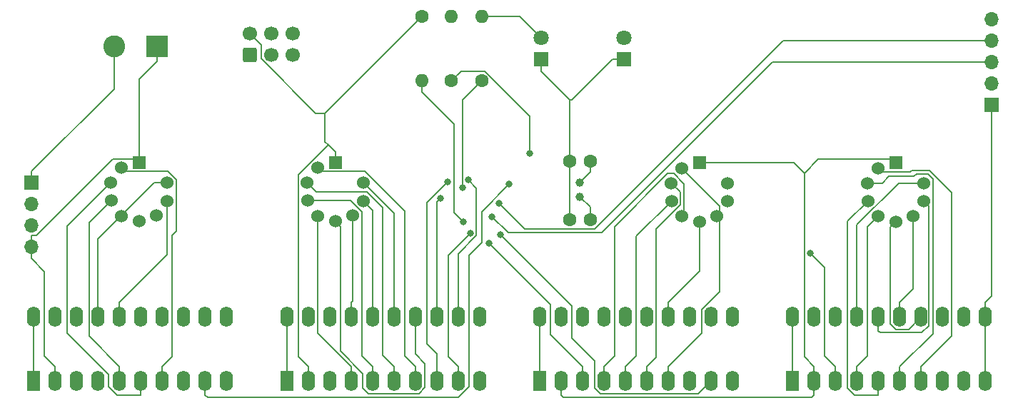
<source format=gbr>
G04 #@! TF.GenerationSoftware,KiCad,Pcbnew,6.0.0-d3dd2cf0fa~116~ubuntu20.04.1*
G04 #@! TF.CreationDate,2022-01-06T20:49:06+01:00*
G04 #@! TF.ProjectId,numitron clock,6e756d69-7472-46f6-9e20-636c6f636b2e,rev?*
G04 #@! TF.SameCoordinates,Original*
G04 #@! TF.FileFunction,Copper,L2,Bot*
G04 #@! TF.FilePolarity,Positive*
%FSLAX46Y46*%
G04 Gerber Fmt 4.6, Leading zero omitted, Abs format (unit mm)*
G04 Created by KiCad (PCBNEW 6.0.0-d3dd2cf0fa~116~ubuntu20.04.1) date 2022-01-06 20:49:06*
%MOMM*%
%LPD*%
G01*
G04 APERTURE LIST*
G04 Aperture macros list*
%AMRoundRect*
0 Rectangle with rounded corners*
0 $1 Rounding radius*
0 $2 $3 $4 $5 $6 $7 $8 $9 X,Y pos of 4 corners*
0 Add a 4 corners polygon primitive as box body*
4,1,4,$2,$3,$4,$5,$6,$7,$8,$9,$2,$3,0*
0 Add four circle primitives for the rounded corners*
1,1,$1+$1,$2,$3*
1,1,$1+$1,$4,$5*
1,1,$1+$1,$6,$7*
1,1,$1+$1,$8,$9*
0 Add four rect primitives between the rounded corners*
20,1,$1+$1,$2,$3,$4,$5,0*
20,1,$1+$1,$4,$5,$6,$7,0*
20,1,$1+$1,$6,$7,$8,$9,0*
20,1,$1+$1,$8,$9,$2,$3,0*%
G04 Aperture macros list end*
G04 #@! TA.AperFunction,ComponentPad*
%ADD10R,1.700000X1.700000*%
G04 #@! TD*
G04 #@! TA.AperFunction,ComponentPad*
%ADD11O,1.700000X1.700000*%
G04 #@! TD*
G04 #@! TA.AperFunction,ComponentPad*
%ADD12R,1.800000X1.800000*%
G04 #@! TD*
G04 #@! TA.AperFunction,ComponentPad*
%ADD13C,1.800000*%
G04 #@! TD*
G04 #@! TA.AperFunction,ComponentPad*
%ADD14C,1.600000*%
G04 #@! TD*
G04 #@! TA.AperFunction,ComponentPad*
%ADD15O,1.600000X1.600000*%
G04 #@! TD*
G04 #@! TA.AperFunction,ComponentPad*
%ADD16C,1.000000*%
G04 #@! TD*
G04 #@! TA.AperFunction,ComponentPad*
%ADD17R,2.600000X2.600000*%
G04 #@! TD*
G04 #@! TA.AperFunction,ComponentPad*
%ADD18C,2.600000*%
G04 #@! TD*
G04 #@! TA.AperFunction,ComponentPad*
%ADD19R,1.524000X1.524000*%
G04 #@! TD*
G04 #@! TA.AperFunction,ComponentPad*
%ADD20C,1.524000*%
G04 #@! TD*
G04 #@! TA.AperFunction,ComponentPad*
%ADD21RoundRect,0.250000X0.600000X-0.600000X0.600000X0.600000X-0.600000X0.600000X-0.600000X-0.600000X0*%
G04 #@! TD*
G04 #@! TA.AperFunction,ComponentPad*
%ADD22C,1.700000*%
G04 #@! TD*
G04 #@! TA.AperFunction,ComponentPad*
%ADD23R,1.600000X2.400000*%
G04 #@! TD*
G04 #@! TA.AperFunction,ComponentPad*
%ADD24O,1.600000X2.400000*%
G04 #@! TD*
G04 #@! TA.AperFunction,ViaPad*
%ADD25C,0.800000*%
G04 #@! TD*
G04 #@! TA.AperFunction,Conductor*
%ADD26C,0.200000*%
G04 #@! TD*
G04 APERTURE END LIST*
D10*
X102900000Y-104025000D03*
D11*
X102900000Y-106565000D03*
X102900000Y-109105000D03*
X102900000Y-111645000D03*
X216800000Y-84615000D03*
X216800000Y-87155000D03*
X216800000Y-89695000D03*
X216800000Y-92235000D03*
D10*
X216800000Y-94775000D03*
D12*
X173200000Y-89375000D03*
D13*
X173200000Y-86835000D03*
D12*
X163300000Y-89375000D03*
D13*
X163300000Y-86835000D03*
D14*
X156300000Y-91910000D03*
D15*
X156300000Y-84290000D03*
D16*
X167945000Y-103965000D03*
X167945000Y-105665000D03*
D17*
X117745000Y-87795000D03*
D18*
X112665000Y-87795000D03*
D14*
X152705000Y-91910000D03*
D15*
X152705000Y-84290000D03*
D19*
X205400000Y-101635000D03*
D20*
X203340000Y-102295000D03*
X202070000Y-104045000D03*
X202090000Y-106185000D03*
X203320000Y-107995000D03*
X205400000Y-108635000D03*
X207460000Y-107965000D03*
X208730000Y-106215000D03*
X208730000Y-104055000D03*
X185430000Y-104055000D03*
X185430000Y-106215000D03*
X184160000Y-107965000D03*
X182100000Y-108635000D03*
X180020000Y-107995000D03*
X178790000Y-106185000D03*
X178770000Y-104045000D03*
X180040000Y-102295000D03*
D19*
X182100000Y-101635000D03*
D20*
X118970000Y-104020000D03*
X118970000Y-106180000D03*
X117700000Y-107930000D03*
X115640000Y-108600000D03*
X113560000Y-107960000D03*
X112330000Y-106150000D03*
X112310000Y-104010000D03*
X113580000Y-102260000D03*
D19*
X115640000Y-101600000D03*
D20*
X142250000Y-104020000D03*
X142250000Y-106180000D03*
X140980000Y-107930000D03*
X138920000Y-108600000D03*
X136840000Y-107960000D03*
X135610000Y-106150000D03*
X135590000Y-104010000D03*
X136860000Y-102260000D03*
D19*
X138920000Y-101600000D03*
D14*
X166695000Y-108410000D03*
X169195000Y-108410000D03*
X166695000Y-101425000D03*
X169195000Y-101425000D03*
D21*
X128755000Y-88852500D03*
D22*
X131295000Y-88852500D03*
X133835000Y-88852500D03*
X128755000Y-86312500D03*
X131295000Y-86312500D03*
X133835000Y-86312500D03*
D23*
X163175000Y-127525000D03*
D24*
X186035000Y-119905000D03*
X165715000Y-127525000D03*
X183495000Y-119905000D03*
X168255000Y-127525000D03*
X180955000Y-119905000D03*
X170795000Y-127525000D03*
X178415000Y-119905000D03*
X173335000Y-127525000D03*
X175875000Y-119905000D03*
X175875000Y-127525000D03*
X173335000Y-119905000D03*
X178415000Y-127525000D03*
X170795000Y-119905000D03*
X180955000Y-127525000D03*
X168255000Y-119905000D03*
X183495000Y-127525000D03*
X165715000Y-119905000D03*
X186035000Y-127525000D03*
X163175000Y-119905000D03*
D15*
X149180000Y-91910000D03*
D14*
X149180000Y-84290000D03*
D23*
X133175000Y-127525000D03*
D24*
X135715000Y-127525000D03*
X138255000Y-127525000D03*
X140795000Y-127525000D03*
X143335000Y-127525000D03*
X145875000Y-127525000D03*
X148415000Y-127525000D03*
X150955000Y-127525000D03*
X153495000Y-127525000D03*
X156035000Y-127525000D03*
X156035000Y-119905000D03*
X153495000Y-119905000D03*
X150955000Y-119905000D03*
X148415000Y-119905000D03*
X145875000Y-119905000D03*
X143335000Y-119905000D03*
X140795000Y-119905000D03*
X138255000Y-119905000D03*
X135715000Y-119905000D03*
X133175000Y-119905000D03*
D23*
X103175000Y-127525000D03*
D24*
X105715000Y-127525000D03*
X108255000Y-127525000D03*
X110795000Y-127525000D03*
X113335000Y-127525000D03*
X115875000Y-127525000D03*
X118415000Y-127525000D03*
X120955000Y-127525000D03*
X123495000Y-127525000D03*
X126035000Y-127525000D03*
X126035000Y-119905000D03*
X123495000Y-119905000D03*
X120955000Y-119905000D03*
X118415000Y-119905000D03*
X115875000Y-119905000D03*
X113335000Y-119905000D03*
X110795000Y-119905000D03*
X108255000Y-119905000D03*
X105715000Y-119905000D03*
X103175000Y-119905000D03*
D23*
X193175000Y-127525000D03*
D24*
X195715000Y-127525000D03*
X198255000Y-127525000D03*
X200795000Y-127525000D03*
X203335000Y-127525000D03*
X205875000Y-127525000D03*
X208415000Y-127525000D03*
X210955000Y-127525000D03*
X213495000Y-127525000D03*
X216035000Y-127525000D03*
X216035000Y-119905000D03*
X213495000Y-119905000D03*
X210955000Y-119905000D03*
X208415000Y-119905000D03*
X205875000Y-119905000D03*
X203335000Y-119905000D03*
X200795000Y-119905000D03*
X198255000Y-119905000D03*
X195715000Y-119905000D03*
X193175000Y-119905000D03*
D25*
X154056000Y-104554000D03*
X162010300Y-100519500D03*
X157517200Y-108022700D03*
X158332000Y-106423900D03*
X152242600Y-103946700D03*
X154929500Y-110018600D03*
X154708400Y-103701200D03*
X157171400Y-111222000D03*
X158484000Y-110182100D03*
X159561400Y-104193900D03*
X195264900Y-112339900D03*
X151401000Y-105855900D03*
X154096300Y-108623000D03*
D26*
X160755000Y-84290000D02*
X163300000Y-86835000D01*
X156300000Y-84290000D02*
X160755000Y-84290000D01*
X153993300Y-94216700D02*
X156300000Y-91910000D01*
X153993300Y-104491300D02*
X153993300Y-94216700D01*
X154056000Y-104554000D02*
X153993300Y-104491300D01*
X162010300Y-96162800D02*
X162010300Y-100519500D01*
X156612900Y-90765400D02*
X162010300Y-96162800D01*
X153849600Y-90765400D02*
X156612900Y-90765400D01*
X152705000Y-91910000D02*
X153849600Y-90765400D01*
X190774300Y-89695000D02*
X216800000Y-89695000D01*
X170525800Y-109943500D02*
X190774300Y-89695000D01*
X159438000Y-109943500D02*
X170525800Y-109943500D01*
X157517200Y-108022700D02*
X159438000Y-109943500D01*
X161431100Y-109523000D02*
X158332000Y-106423900D01*
X169690700Y-109523000D02*
X161431100Y-109523000D01*
X192058700Y-87155000D02*
X169690700Y-109523000D01*
X216800000Y-87155000D02*
X192058700Y-87155000D01*
X145875000Y-107645000D02*
X145875000Y-119905000D01*
X142250000Y-104020000D02*
X145875000Y-107645000D01*
X205740100Y-104055000D02*
X208730000Y-104055000D01*
X200795000Y-109000100D02*
X205740100Y-104055000D01*
X200795000Y-119905000D02*
X200795000Y-109000100D01*
X209322700Y-106807700D02*
X208730000Y-106215000D01*
X209322700Y-120996000D02*
X209322700Y-106807700D01*
X208503800Y-121814900D02*
X209322700Y-120996000D01*
X203544900Y-121814900D02*
X208503800Y-121814900D01*
X203335000Y-121605000D02*
X203544900Y-121814900D01*
X203335000Y-119905000D02*
X203335000Y-121605000D01*
X207460000Y-116620000D02*
X207460000Y-107965000D01*
X205875000Y-118205000D02*
X207460000Y-116620000D01*
X205875000Y-119905000D02*
X205875000Y-118205000D01*
X204770700Y-109264300D02*
X205400000Y-108635000D01*
X204770700Y-120756600D02*
X204770700Y-109264300D01*
X205428800Y-121414700D02*
X204770700Y-120756600D01*
X206905300Y-121414700D02*
X205428800Y-121414700D01*
X208415000Y-119905000D02*
X206905300Y-121414700D01*
X203773400Y-102728400D02*
X203340000Y-102295000D01*
X207126800Y-102728400D02*
X203773400Y-102728400D01*
X207289900Y-102565300D02*
X207126800Y-102728400D01*
X209362000Y-102565300D02*
X207289900Y-102565300D01*
X212011400Y-105214700D02*
X209362000Y-102565300D01*
X212011400Y-122228600D02*
X212011400Y-105214700D01*
X208415000Y-125825000D02*
X212011400Y-122228600D01*
X208415000Y-127525000D02*
X208415000Y-125825000D01*
X203781100Y-104045000D02*
X202070000Y-104045000D01*
X204576000Y-103250100D02*
X203781100Y-104045000D01*
X207546300Y-103250100D02*
X204576000Y-103250100D01*
X207830900Y-102965500D02*
X207546300Y-103250100D01*
X209196300Y-102965500D02*
X207830900Y-102965500D01*
X209792200Y-103561400D02*
X209196300Y-102965500D01*
X209792200Y-121907800D02*
X209792200Y-103561400D01*
X205875000Y-125825000D02*
X209792200Y-121907800D01*
X205875000Y-127525000D02*
X205875000Y-125825000D01*
X199693100Y-108581900D02*
X202090000Y-106185000D01*
X199693100Y-128400500D02*
X199693100Y-108581900D01*
X200517600Y-129225000D02*
X199693100Y-128400500D01*
X203335000Y-129225000D02*
X200517600Y-129225000D01*
X203335000Y-127525000D02*
X203335000Y-129225000D01*
X202065000Y-109250000D02*
X203320000Y-107995000D01*
X202065000Y-124555000D02*
X202065000Y-109250000D01*
X200795000Y-125825000D02*
X202065000Y-124555000D01*
X200795000Y-127525000D02*
X200795000Y-125825000D01*
X149818700Y-106370600D02*
X152242600Y-103946700D01*
X149818700Y-123158800D02*
X149818700Y-106370600D01*
X150955000Y-124295100D02*
X149818700Y-123158800D01*
X150955000Y-127525000D02*
X150955000Y-124295100D01*
X152348200Y-112599900D02*
X154929500Y-110018600D01*
X152348200Y-124678200D02*
X152348200Y-112599900D01*
X153495000Y-125825000D02*
X152348200Y-124678200D01*
X153495000Y-127525000D02*
X153495000Y-125825000D01*
X153495000Y-119905000D02*
X153495000Y-118205000D01*
X155643700Y-104636500D02*
X154708400Y-103701200D01*
X155643700Y-110294500D02*
X155643700Y-104636500D01*
X153495000Y-112443200D02*
X155643700Y-110294500D01*
X153495000Y-118205000D02*
X153495000Y-112443200D01*
X164445000Y-118495600D02*
X157171400Y-111222000D01*
X164445000Y-122015000D02*
X164445000Y-118495600D01*
X168255000Y-125825000D02*
X164445000Y-122015000D01*
X168255000Y-127525000D02*
X168255000Y-125825000D01*
X166985000Y-118683100D02*
X158484000Y-110182100D01*
X166985000Y-122490200D02*
X166985000Y-118683100D01*
X169694800Y-125200000D02*
X166985000Y-122490200D01*
X169694800Y-128382500D02*
X169694800Y-125200000D01*
X170361400Y-129049100D02*
X169694800Y-128382500D01*
X181970900Y-129049100D02*
X170361400Y-129049100D01*
X183495000Y-127525000D02*
X181970900Y-129049100D01*
X123495000Y-127525000D02*
X123495000Y-129225000D01*
X156276300Y-107479000D02*
X159561400Y-104193900D01*
X156276300Y-111127000D02*
X156276300Y-107479000D01*
X154765000Y-112638300D02*
X156276300Y-111127000D01*
X154765000Y-128242200D02*
X154765000Y-112638300D01*
X153508200Y-129499000D02*
X154765000Y-128242200D01*
X123769000Y-129499000D02*
X153508200Y-129499000D01*
X123495000Y-129225000D02*
X123769000Y-129499000D01*
X198255000Y-127525000D02*
X198255000Y-125825000D01*
X196985000Y-114060000D02*
X195264900Y-112339900D01*
X196985000Y-124555000D02*
X196985000Y-114060000D01*
X198255000Y-125825000D02*
X196985000Y-124555000D01*
X169195000Y-106915000D02*
X167945000Y-105665000D01*
X169195000Y-108410000D02*
X169195000Y-106915000D01*
X169195000Y-102715000D02*
X167945000Y-103965000D01*
X169195000Y-101425000D02*
X169195000Y-102715000D01*
X216035000Y-119905000D02*
X216035000Y-127525000D01*
X216800000Y-117440000D02*
X216800000Y-94775000D01*
X216035000Y-118205000D02*
X216800000Y-117440000D01*
X216035000Y-119905000D02*
X216035000Y-118205000D01*
X103175000Y-127525000D02*
X103175000Y-119905000D01*
X163300000Y-89375000D02*
X163300000Y-90775000D01*
X167005000Y-94170000D02*
X171800000Y-89375000D01*
X166695000Y-94170000D02*
X167005000Y-94170000D01*
X166695000Y-94170000D02*
X163300000Y-90775000D01*
X173200000Y-89375000D02*
X171800000Y-89375000D01*
X163175000Y-119905000D02*
X163175000Y-121605000D01*
X193175000Y-127525000D02*
X193175000Y-125825000D01*
X166695000Y-101425000D02*
X166695000Y-94170000D01*
X193175000Y-119905000D02*
X193175000Y-121605000D01*
X193175000Y-121605000D02*
X193175000Y-125825000D01*
X133175000Y-127525000D02*
X133175000Y-125825000D01*
X133175000Y-119905000D02*
X133175000Y-121605000D01*
X133175000Y-125825000D02*
X133175000Y-121605000D01*
X166695000Y-108410000D02*
X166695000Y-101425000D01*
X163175000Y-127525000D02*
X163175000Y-121605000D01*
X112665000Y-92910000D02*
X102900000Y-102675000D01*
X112665000Y-87795000D02*
X112665000Y-92910000D01*
X102900000Y-104025000D02*
X102900000Y-102675000D01*
X113982200Y-102662200D02*
X113580000Y-102260000D01*
X119013700Y-102662200D02*
X113982200Y-102662200D01*
X120045000Y-103693500D02*
X119013700Y-102662200D01*
X120045000Y-109739800D02*
X120045000Y-103693500D01*
X119557300Y-110227500D02*
X120045000Y-109739800D01*
X119557300Y-124682700D02*
X119557300Y-110227500D01*
X118415000Y-125825000D02*
X119557300Y-124682700D01*
X118415000Y-127525000D02*
X118415000Y-125825000D01*
X117475100Y-104020000D02*
X118970000Y-104020000D01*
X110795000Y-110700100D02*
X117475100Y-104020000D01*
X110795000Y-119905000D02*
X110795000Y-110700100D01*
X118970000Y-112570000D02*
X118970000Y-106180000D01*
X113335000Y-118205000D02*
X118970000Y-112570000D01*
X113335000Y-119905000D02*
X113335000Y-118205000D01*
X107148200Y-109171800D02*
X112310000Y-104010000D01*
X107148200Y-121892500D02*
X107148200Y-109171800D01*
X112065000Y-126809300D02*
X107148200Y-121892500D01*
X112065000Y-128231800D02*
X112065000Y-126809300D01*
X113058200Y-129225000D02*
X112065000Y-128231800D01*
X115875000Y-129225000D02*
X113058200Y-129225000D01*
X115875000Y-127525000D02*
X115875000Y-129225000D01*
X109751600Y-108728400D02*
X112330000Y-106150000D01*
X109751600Y-122241600D02*
X109751600Y-108728400D01*
X113335000Y-125825000D02*
X109751600Y-122241600D01*
X113335000Y-127525000D02*
X113335000Y-125825000D01*
X182100000Y-114520000D02*
X182100000Y-108635000D01*
X178415000Y-118205000D02*
X182100000Y-114520000D01*
X178415000Y-119905000D02*
X178415000Y-118205000D01*
X180274400Y-107740600D02*
X180020000Y-107995000D01*
X180274400Y-104133800D02*
X180274400Y-107740600D01*
X179076800Y-102936200D02*
X180274400Y-104133800D01*
X178364100Y-102936200D02*
X179076800Y-102936200D01*
X172065000Y-109235300D02*
X178364100Y-102936200D01*
X172065000Y-124555000D02*
X172065000Y-109235300D01*
X170795000Y-125825000D02*
X172065000Y-124555000D01*
X170795000Y-127525000D02*
X170795000Y-125825000D01*
X174605000Y-110370000D02*
X178790000Y-106185000D01*
X174605000Y-124555000D02*
X174605000Y-110370000D01*
X173335000Y-125825000D02*
X174605000Y-124555000D01*
X173335000Y-127525000D02*
X173335000Y-125825000D01*
X179855600Y-105130600D02*
X178770000Y-104045000D01*
X179855600Y-106639600D02*
X179855600Y-105130600D01*
X176999000Y-109496200D02*
X179855600Y-106639600D01*
X176999000Y-124701000D02*
X176999000Y-109496200D01*
X175875000Y-125825000D02*
X176999000Y-124701000D01*
X175875000Y-127525000D02*
X175875000Y-125825000D01*
X180040000Y-102335000D02*
X180040000Y-102295000D01*
X184533600Y-106828600D02*
X180040000Y-102335000D01*
X184533600Y-116910500D02*
X184533600Y-106828600D01*
X182373700Y-119070400D02*
X184533600Y-116910500D01*
X182373700Y-121866300D02*
X182373700Y-119070400D01*
X178415000Y-125825000D02*
X182373700Y-121866300D01*
X178415000Y-127525000D02*
X178415000Y-125825000D01*
X150955000Y-106301900D02*
X151401000Y-105855900D01*
X150955000Y-119905000D02*
X150955000Y-106301900D01*
X140980000Y-118020000D02*
X140980000Y-107930000D01*
X140795000Y-118205000D02*
X140980000Y-118020000D01*
X140795000Y-119905000D02*
X140795000Y-118205000D01*
X137262200Y-102662200D02*
X136860000Y-102260000D01*
X142398200Y-102662200D02*
X137262200Y-102662200D01*
X147145000Y-107409000D02*
X142398200Y-102662200D01*
X147145000Y-124555000D02*
X147145000Y-107409000D01*
X148415000Y-125825000D02*
X147145000Y-124555000D01*
X148415000Y-127525000D02*
X148415000Y-125825000D01*
X143335000Y-119905000D02*
X143335000Y-118205000D01*
X143335000Y-107265000D02*
X142250000Y-106180000D01*
X143335000Y-118205000D02*
X143335000Y-107265000D01*
X136667800Y-105087800D02*
X135590000Y-104010000D01*
X142665900Y-105087800D02*
X136667800Y-105087800D01*
X144535100Y-106957000D02*
X142665900Y-105087800D01*
X144535100Y-124485100D02*
X144535100Y-106957000D01*
X145875000Y-125825000D02*
X144535100Y-124485100D01*
X145875000Y-127525000D02*
X145875000Y-125825000D01*
X142064900Y-124554900D02*
X143335000Y-125825000D01*
X142064900Y-107504800D02*
X142064900Y-124554900D01*
X140710100Y-106150000D02*
X142064900Y-107504800D01*
X135610000Y-106150000D02*
X140710100Y-106150000D01*
X143335000Y-127525000D02*
X143335000Y-125825000D01*
X139525000Y-109205000D02*
X138920000Y-108600000D01*
X139525000Y-123989100D02*
X139525000Y-109205000D01*
X142206600Y-126670700D02*
X139525000Y-123989100D01*
X142206600Y-128352500D02*
X142206600Y-126670700D01*
X142888800Y-129034700D02*
X142206600Y-128352500D01*
X148862800Y-129034700D02*
X142888800Y-129034700D01*
X149558400Y-128339100D02*
X148862800Y-129034700D01*
X149558400Y-125498200D02*
X149558400Y-128339100D01*
X148415000Y-124354800D02*
X149558400Y-125498200D01*
X148415000Y-119905000D02*
X148415000Y-124354800D01*
X140795000Y-127525000D02*
X140795000Y-125825000D01*
X136840000Y-121870000D02*
X136840000Y-107960000D01*
X140795000Y-125825000D02*
X136840000Y-121870000D01*
X153002900Y-107529600D02*
X154096300Y-108623000D01*
X153002900Y-97032900D02*
X153002900Y-107529600D01*
X149180000Y-93210000D02*
X153002900Y-97032900D01*
X149180000Y-91910000D02*
X149180000Y-93210000D01*
X104445000Y-114540000D02*
X102900000Y-112995000D01*
X104445000Y-124555000D02*
X104445000Y-114540000D01*
X105715000Y-125825000D02*
X104445000Y-124555000D01*
X105715000Y-127525000D02*
X105715000Y-125825000D01*
X102900000Y-111645000D02*
X102900000Y-112995000D01*
X117745000Y-87795000D02*
X117745000Y-89595000D01*
X102900000Y-111645000D02*
X102900000Y-110295000D01*
X103459400Y-110295000D02*
X102900000Y-110295000D01*
X112558000Y-101196400D02*
X103459400Y-110295000D01*
X115640000Y-101196400D02*
X112558000Y-101196400D01*
X115640000Y-101600000D02*
X115640000Y-101196400D01*
X115640000Y-91700000D02*
X117745000Y-89595000D01*
X115640000Y-101196400D02*
X115640000Y-91700000D01*
X138920000Y-101600000D02*
X138920000Y-100338000D01*
X136556000Y-95748000D02*
X137722000Y-95748000D01*
X130113200Y-89305200D02*
X136556000Y-95748000D01*
X130113200Y-87670700D02*
X130113200Y-89305200D01*
X128755000Y-86312500D02*
X130113200Y-87670700D01*
X149180000Y-84290000D02*
X137722000Y-95748000D01*
X182100000Y-101635000D02*
X183362000Y-101635000D01*
X135715000Y-127525000D02*
X135715000Y-125825000D01*
X134526900Y-124636900D02*
X135715000Y-125825000D01*
X134526900Y-103083800D02*
X134526900Y-124636900D01*
X138096400Y-99514300D02*
X134526900Y-103083800D01*
X137722000Y-99140000D02*
X138096400Y-99514300D01*
X137722000Y-95748000D02*
X137722000Y-99140000D01*
X138096400Y-99514300D02*
X138920000Y-100338000D01*
X204977900Y-101212900D02*
X205400000Y-101635000D01*
X196219900Y-101212900D02*
X204977900Y-101212900D01*
X194560400Y-102872400D02*
X196219900Y-101212900D01*
X194560400Y-124670400D02*
X194560400Y-102872400D01*
X195715000Y-125825000D02*
X194560400Y-124670400D01*
X193323000Y-101635000D02*
X183362000Y-101635000D01*
X194560400Y-102872400D02*
X193323000Y-101635000D01*
X195715000Y-127091400D02*
X195715000Y-125825000D01*
X195715000Y-127091400D02*
X195715000Y-127525000D01*
X165989000Y-129499000D02*
X165715000Y-129225000D01*
X195441000Y-129499000D02*
X165989000Y-129499000D01*
X195715000Y-129225000D02*
X195441000Y-129499000D01*
X195715000Y-127525000D02*
X195715000Y-129225000D01*
X165715000Y-127525000D02*
X165715000Y-129225000D01*
M02*

</source>
